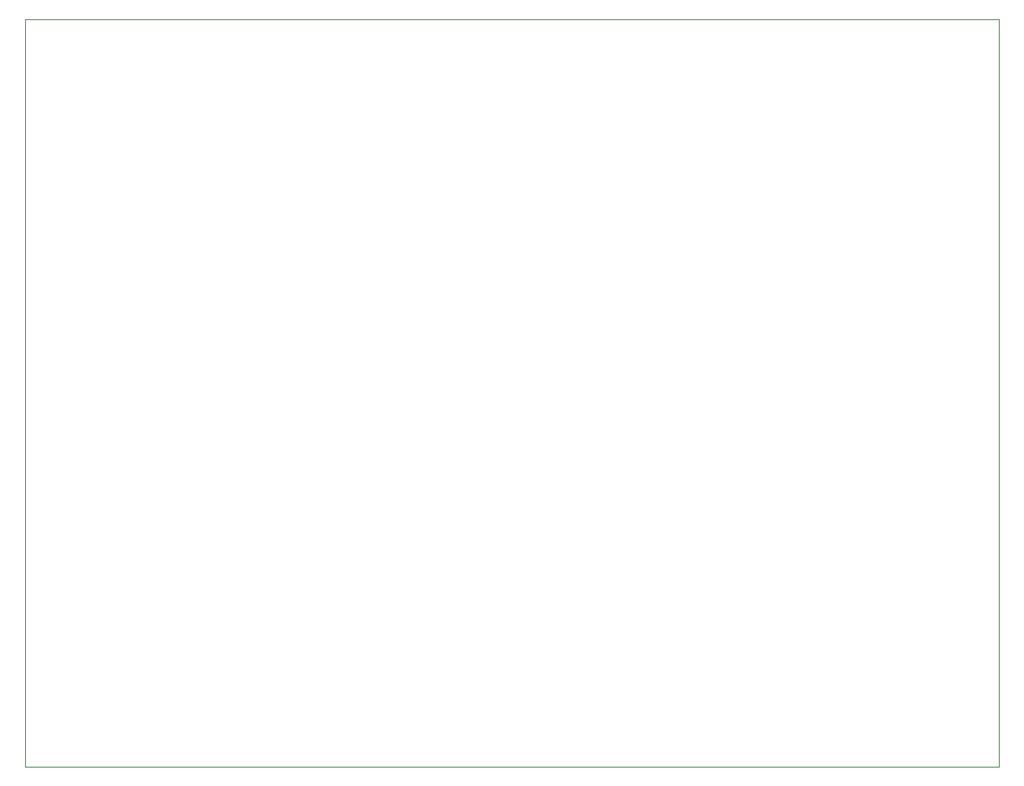
<source format=gm1>
%TF.GenerationSoftware,KiCad,Pcbnew,7.0.10*%
%TF.CreationDate,2024-03-26T17:38:47-05:00*%
%TF.ProjectId,smart_helmet,736d6172-745f-4686-956c-6d65742e6b69,rev?*%
%TF.SameCoordinates,Original*%
%TF.FileFunction,Profile,NP*%
%FSLAX46Y46*%
G04 Gerber Fmt 4.6, Leading zero omitted, Abs format (unit mm)*
G04 Created by KiCad (PCBNEW 7.0.10) date 2024-03-26 17:38:47*
%MOMM*%
%LPD*%
G01*
G04 APERTURE LIST*
%TA.AperFunction,Profile*%
%ADD10C,0.100000*%
%TD*%
G04 APERTURE END LIST*
D10*
X129540000Y-50800000D02*
X227965000Y-50800000D01*
X227965000Y-126365000D01*
X129540000Y-126365000D01*
X129540000Y-50800000D01*
M02*

</source>
